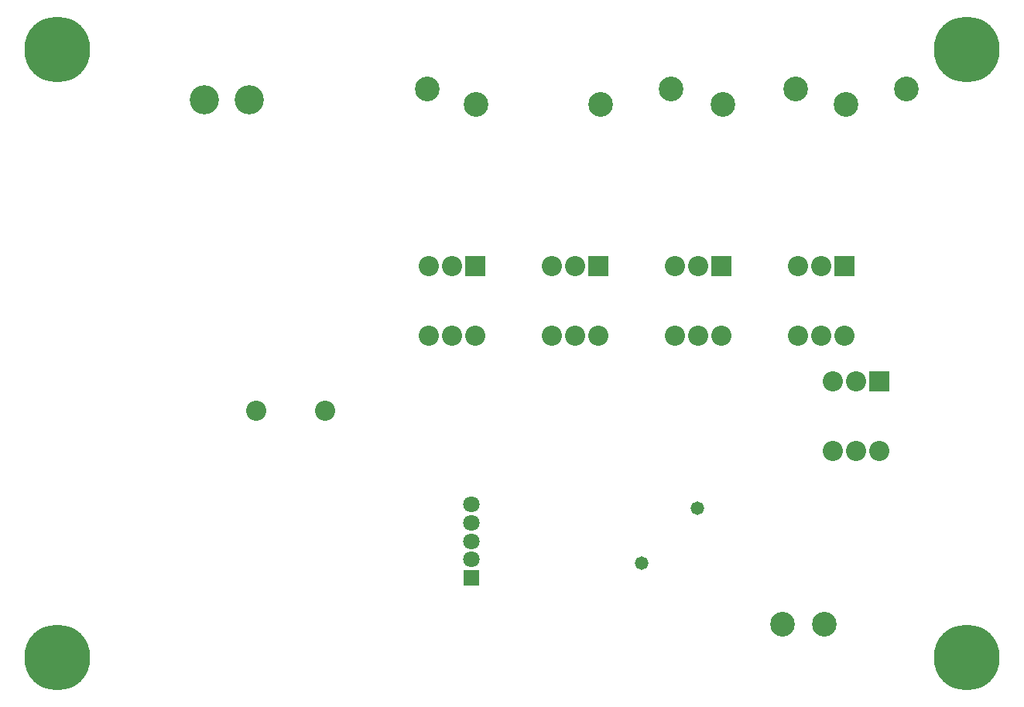
<source format=gbs>
%FSLAX44Y44*%
%MOMM*%
G71*
G01*
G75*
G04 Layer_Color=16711935*
%ADD10R,1.5000X1.0000*%
%ADD11R,0.9000X1.0000*%
%ADD12R,1.0000X0.9000*%
%ADD13R,0.6000X1.3000*%
%ADD14R,2.2000X2.0000*%
%ADD15R,3.0000X4.0000*%
%ADD16R,10.5000X10.4000*%
%ADD17R,1.1000X3.5000*%
%ADD18R,3.0000X5.0000*%
%ADD19R,2.5000X5.7000*%
%ADD20R,1.6000X3.0000*%
%ADD21R,5.7000X2.5000*%
%ADD22R,1.6000X0.5000*%
%ADD23R,0.5000X1.6000*%
%ADD24R,1.0000X1.5000*%
%ADD25R,1.8000X2.0000*%
%ADD26C,1.0000*%
%ADD27C,0.5000*%
%ADD28C,0.6000*%
%ADD29C,0.4000*%
%ADD30C,7.0000*%
%ADD31C,2.5000*%
%ADD32C,3.0000*%
%ADD33C,2.0000*%
%ADD34R,1.6000X1.6000*%
%ADD35C,1.6000*%
%ADD36R,2.0000X2.0000*%
%ADD37C,1.2000*%
%ADD38C,1.2700*%
%ADD39C,0.2000*%
%ADD40C,0.2500*%
%ADD41C,0.1000*%
%ADD42C,0.2540*%
%ADD43R,1.7032X1.2032*%
%ADD44R,1.1032X1.2032*%
%ADD45R,1.2032X1.1032*%
%ADD46R,0.8032X1.5032*%
%ADD47R,2.4032X2.2032*%
%ADD48R,3.2032X4.2032*%
%ADD49R,10.7032X10.6032*%
%ADD50R,1.3032X3.7032*%
%ADD51R,3.2032X5.2032*%
%ADD52R,2.7032X5.9032*%
%ADD53R,1.8032X3.2032*%
%ADD54R,5.9032X2.7032*%
%ADD55R,1.8032X0.7032*%
%ADD56R,0.7032X1.8032*%
%ADD57R,1.2032X1.7032*%
%ADD58R,2.0032X2.2032*%
%ADD59C,7.2032*%
%ADD60C,2.7032*%
%ADD61C,3.2032*%
%ADD62C,2.2032*%
%ADD63R,1.8032X1.8032*%
%ADD64C,1.8032*%
%ADD65R,2.2032X2.2032*%
%ADD66C,1.4732*%
D59*
X1005000Y675000D02*
D03*
X10000D02*
D03*
Y10000D02*
D03*
X1005000D02*
D03*
D60*
X849000Y46000D02*
D03*
X803000D02*
D03*
X604000Y615000D02*
D03*
X738000D02*
D03*
X873000D02*
D03*
X939000Y632000D02*
D03*
X818000D02*
D03*
X681000D02*
D03*
X468000Y615000D02*
D03*
X415000Y632000D02*
D03*
D61*
X171000Y620000D02*
D03*
X220000D02*
D03*
D62*
X302750Y279900D02*
D03*
X227750D02*
D03*
X685600Y362250D02*
D03*
X711000D02*
D03*
X736400D02*
D03*
X685600Y438450D02*
D03*
X711000D02*
D03*
X820390Y362250D02*
D03*
X845790D02*
D03*
X871190D02*
D03*
X820390Y438450D02*
D03*
X845790D02*
D03*
X550810Y362250D02*
D03*
X576210D02*
D03*
X601610D02*
D03*
X550810Y438450D02*
D03*
X576210D02*
D03*
X416020Y362250D02*
D03*
X441420D02*
D03*
X466820D02*
D03*
X416020Y438450D02*
D03*
X441420D02*
D03*
X858600Y235900D02*
D03*
X884000D02*
D03*
X909400D02*
D03*
X858600Y312100D02*
D03*
X884000D02*
D03*
D63*
X463000Y97000D02*
D03*
D64*
Y117000D02*
D03*
Y177000D02*
D03*
Y157000D02*
D03*
Y137000D02*
D03*
D65*
X736400Y438450D02*
D03*
X871190D02*
D03*
X601610D02*
D03*
X466820D02*
D03*
X909400Y312100D02*
D03*
D66*
X710000Y173500D02*
D03*
X649000Y113000D02*
D03*
M02*

</source>
